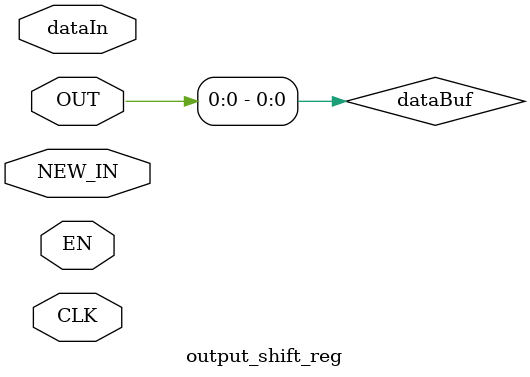
<source format=sv>
module output_shift_reg#(
    parameter LENGTH = 8,
    parameter INIT_BIT_VALUE = 0,
    parameter LSB_FIRST = 1
)(
    input logic CLK,
    input logic EN,
    input logic NEW_IN,
    input logic [LENGTH-1:0] dataIn,
    input logic OUT,
);

    //TODO implement bit stuffing!

    logic [LENGTH-1:0] dataBuf;

    initial begin
        dataBuf = {LENGTH{INIT_BIT_VALUE[0]}};
    end

    generate
        if (LSB_FIRST) begin
            assign OUT = dataBuf[0];
        end else begin
            assign OUT = dataBuf[LENGTH-1];
        end

        always_ff @(posedge CLK) begin
            if (EN) begin
                if (NEW_IN) begin
                    dataBuf <= dataIn;
                end else begin
                    if (LSB_FIRST) begin
                        dataBuf <= {INIT_BIT_VALUE[0], dataBuf[LENGTH-1:1]};
                    end else begin
                        dataBuf <= {dataBuf[LENGTH-2:0], INIT_BIT_VALUE[0]};
                    end
                end
            end else begin
                dataBuf <= dataBuf;
            end
        end
    endgenerate

endmodule
</source>
